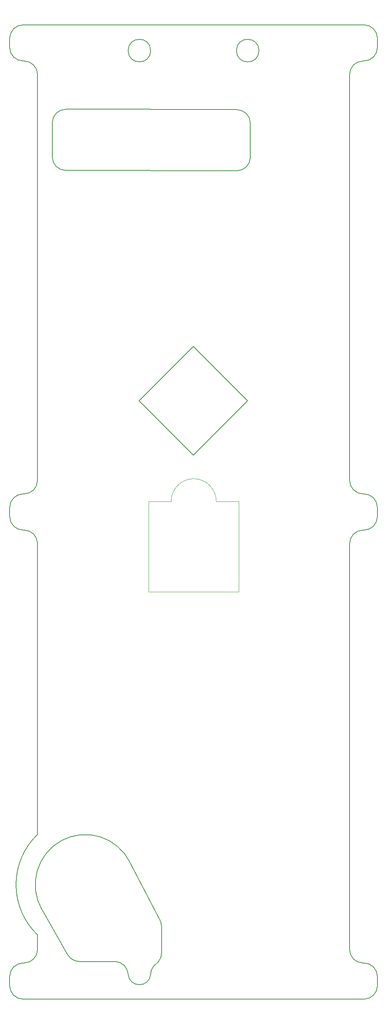
<source format=gm1>
%TF.GenerationSoftware,KiCad,Pcbnew,8.0.4*%
%TF.CreationDate,2024-12-03T20:52:04-08:00*%
%TF.ProjectId,Stationary_X_Panel,53746174-696f-46e6-9172-795f585f5061,1c*%
%TF.SameCoordinates,Original*%
%TF.FileFunction,Profile,NP*%
%FSLAX46Y46*%
G04 Gerber Fmt 4.6, Leading zero omitted, Abs format (unit mm)*
G04 Created by KiCad (PCBNEW 8.0.4) date 2024-12-03 20:52:04*
%MOMM*%
%LPD*%
G01*
G04 APERTURE LIST*
%TA.AperFunction,Profile*%
%ADD10C,0.200000*%
%TD*%
%TA.AperFunction,Profile*%
%ADD11C,0.100000*%
%TD*%
G04 APERTURE END LIST*
D10*
X84085000Y-27105000D02*
G75*
G02*
X79085000Y-27105000I-2500000J0D01*
G01*
X79085000Y-27105000D02*
G75*
G02*
X84085000Y-27105000I2500000J0D01*
G01*
X104160000Y-225905000D02*
X104160000Y-136155000D01*
X107335000Y-125155000D02*
G75*
G02*
X110335000Y-128155000I0J-3000000D01*
G01*
X41671060Y-227049172D02*
X35967089Y-217075205D01*
X82181100Y-50693000D02*
G75*
G02*
X79181100Y-53693000I-3000000J0D01*
G01*
X31835000Y-29405000D02*
X32010000Y-29405000D01*
X62485000Y-220840832D02*
X62485000Y-226694897D01*
X110335000Y-233905000D02*
X110335000Y-231905000D01*
X35010000Y-222681595D02*
X35010000Y-225905000D01*
X110335000Y-130155000D02*
G75*
G02*
X107335000Y-133155000I-3000000J0D01*
G01*
X28835000Y-231905000D02*
G75*
G02*
X31835000Y-228905000I3000000J0D01*
G01*
X60081380Y-231339481D02*
G75*
G02*
X61281039Y-229097906I2996020J-161619D01*
G01*
X104160000Y-32405000D02*
G75*
G02*
X107160000Y-29405000I3000000J0D01*
G01*
X35010000Y-225905000D02*
G75*
G02*
X32010000Y-228905000I-3000000J0D01*
G01*
X41275000Y-40082600D02*
X79181100Y-40168200D01*
X31835000Y-236905000D02*
G75*
G02*
X28835000Y-233905000I0J3000000D01*
G01*
X104160000Y-136155000D02*
G75*
G02*
X107160000Y-133155000I3000000J0D01*
G01*
D11*
X59620000Y-146800000D02*
X59620000Y-126800000D01*
D10*
X110335000Y-26405000D02*
X110335000Y-24405000D01*
X107335000Y-21405000D02*
G75*
G02*
X110335000Y-24405000I0J-3000000D01*
G01*
X31835000Y-29405000D02*
G75*
G02*
X28835000Y-26405000I0J3000000D01*
G01*
X107335000Y-228905000D02*
G75*
G02*
X110335000Y-231905000I0J-3000000D01*
G01*
X107335000Y-125155000D02*
X107160000Y-125155000D01*
X28835000Y-128155000D02*
X28835000Y-130155000D01*
X32010000Y-125155000D02*
X31835000Y-125155000D01*
X107160000Y-228905000D02*
G75*
G02*
X104160000Y-225905000I0J3000000D01*
G01*
X28835000Y-24405000D02*
G75*
G02*
X31835000Y-21405000I3000000J0D01*
G01*
D11*
X64620000Y-126800000D02*
G75*
G02*
X74620000Y-126800000I5000000J0D01*
G01*
D10*
X107160000Y-133155000D02*
X107335000Y-133155000D01*
X107160000Y-125155000D02*
G75*
G02*
X104160000Y-122155000I0J3000000D01*
G01*
X107160000Y-29405000D02*
X107335000Y-29405000D01*
X31835000Y-133155000D02*
G75*
G02*
X28835000Y-130155000I0J3000000D01*
G01*
X62485000Y-226694897D02*
G75*
G02*
X61281020Y-229097880I-3000000J-3D01*
G01*
X60081380Y-231339481D02*
G75*
G02*
X55090209Y-231366299I-2496380J134481D01*
G01*
X41275000Y-53607400D02*
G75*
G02*
X38275000Y-50607400I0J3000000D01*
G01*
X35010000Y-122155000D02*
G75*
G02*
X32010000Y-125155000I-3000000J0D01*
G01*
X107335000Y-228905000D02*
X107160000Y-228905000D01*
X35010000Y-32405000D02*
X35010000Y-122155000D01*
X110335000Y-130155000D02*
X110335000Y-128155000D01*
X32010000Y-133155000D02*
G75*
G02*
X35010000Y-136155000I0J-3000000D01*
G01*
D11*
X79620000Y-126800000D02*
X79620000Y-146800000D01*
D10*
X38275000Y-43082600D02*
G75*
G02*
X41275000Y-40082600I3000000J0D01*
G01*
X79181100Y-40168200D02*
G75*
G02*
X82181100Y-43168200I0J-3000000D01*
G01*
D11*
X74620000Y-126800000D02*
X79620000Y-126800000D01*
D10*
X32010000Y-228905000D02*
X31835000Y-228905000D01*
X28835000Y-24405000D02*
X28835000Y-26405000D01*
X104160000Y-122155000D02*
X104160000Y-32405000D01*
X52096460Y-228559857D02*
G75*
G02*
X55090296Y-231366293I140J-2999943D01*
G01*
X110335000Y-26405000D02*
G75*
G02*
X107335000Y-29405000I-3000000J0D01*
G01*
X79181100Y-53693000D02*
X41275000Y-53607400D01*
D11*
X59620000Y-126800000D02*
X64620000Y-126800000D01*
D10*
X60085000Y-27105000D02*
G75*
G02*
X55085000Y-27105000I-2500000J0D01*
G01*
X55085000Y-27105000D02*
G75*
G02*
X60085000Y-27105000I2500000J0D01*
G01*
X52096460Y-228559857D02*
X44275276Y-228559857D01*
X38275000Y-50607400D02*
X38275000Y-43082600D01*
X44275276Y-228559857D02*
G75*
G02*
X41671053Y-227049176I24J3000057D01*
G01*
X81532729Y-104569184D02*
X69511913Y-116590000D01*
X57491098Y-104569184D01*
X69511913Y-92548369D01*
X81532729Y-104569184D01*
X82181100Y-43168200D02*
X82181100Y-50693000D01*
D11*
X79620000Y-146800000D02*
X59620000Y-146800000D01*
D10*
X55422771Y-206478162D02*
X62148747Y-219460813D01*
X62148747Y-219460813D02*
G75*
G02*
X62484974Y-220840832I-2663847J-1379987D01*
G01*
X28835000Y-231905000D02*
X28835000Y-233905000D01*
X32010000Y-29405000D02*
G75*
G02*
X35010000Y-32405000I0J-3000000D01*
G01*
X107335000Y-21405000D02*
X31835000Y-21405000D01*
X35967089Y-217075205D02*
G75*
G02*
X55422769Y-206478163I9617911J5500345D01*
G01*
X110335000Y-233905000D02*
G75*
G02*
X107335000Y-236905000I-3000000J0D01*
G01*
X31835000Y-133155000D02*
X32010000Y-133155000D01*
X35010000Y-222681595D02*
G75*
G02*
X35010000Y-200468119I10575006J11106738D01*
G01*
X31835000Y-236905000D02*
X107335000Y-236905000D01*
X35010000Y-136155000D02*
X35010000Y-200468119D01*
X28835000Y-128155000D02*
G75*
G02*
X31835000Y-125155000I3000000J0D01*
G01*
M02*

</source>
